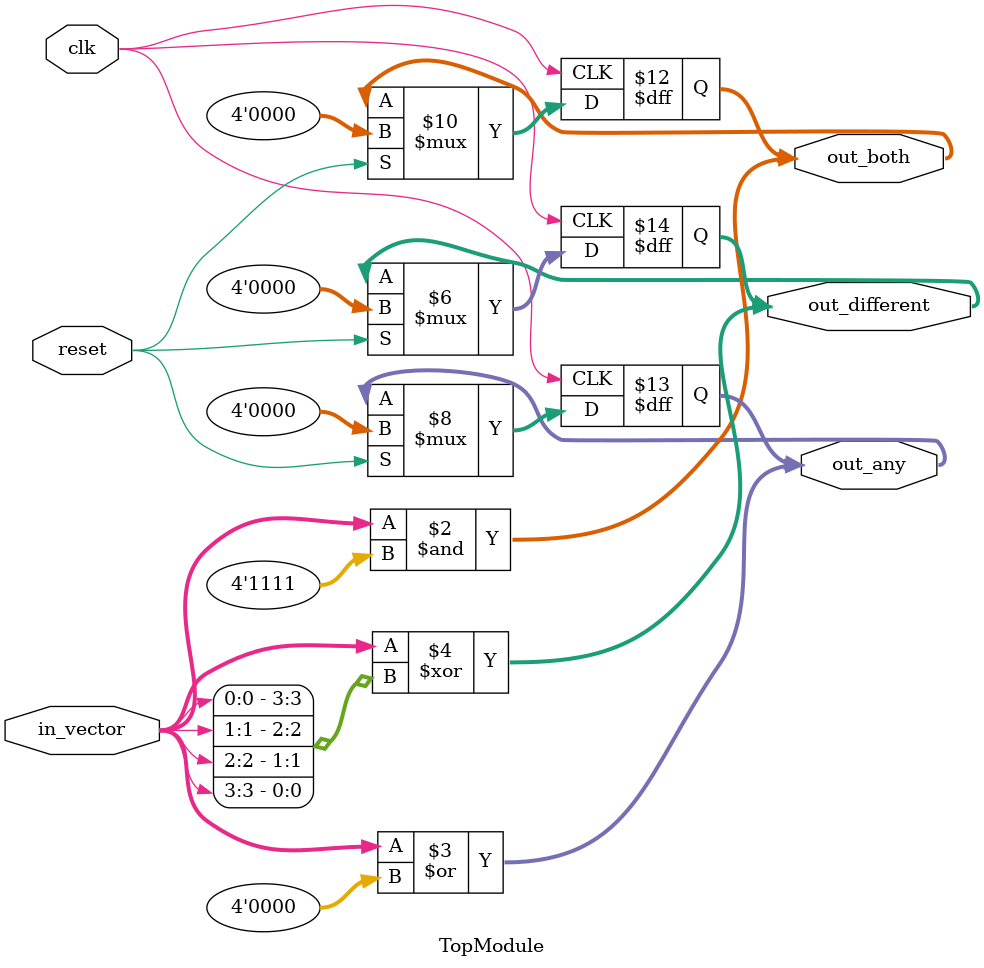
<source format=sv>
module TopModule (
    input logic [3:0] in_vector,
    input logic clk,
    input logic reset,
    output logic [3:0] out_both,
    output logic [3:0] out_any,
    output logic [3:0] out_different
);

    always @(*) begin
        out_both = in_vector & 4'b1111; // Both bits are set
        out_any = in_vector | 4'b0000;  // Any bit is set
        out_different = {in_vector[3], in_vector[2], in_vector[1], in_vector[0]} ^ 
                        {in_vector[0], in_vector[1], in_vector[2], in_vector[3]}; // Different bits
    end

    always @(posedge clk) begin
        if (reset) begin
            out_both <= 4'b0000;
            out_any <= 4'b0000;
            out_different <= 4'b0000;
        end
    end

endmodule
</source>
